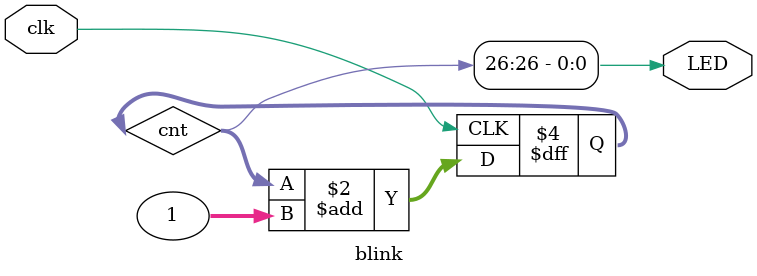
<source format=v>
module blink(clk, LED);
input clk;     // input clock 50MHz
output LED;

// create a binary counter
reg [31:0] cnt; //32 bit counter
initial cnt <= 0; // start count at zero 
always @(posedge clk) cnt <= cnt+1; // count up

//assign LED to nth bit of the counter
assign LED = cnt[26]; // Use the 25th bit of the counter to blink the LED at a few Hz
endmodule
</source>
